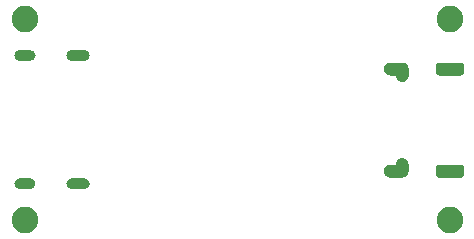
<source format=gbr>
%TF.GenerationSoftware,KiCad,Pcbnew,9.0.0-rc3*%
%TF.CreationDate,2025-02-11T14:32:45-05:00*%
%TF.ProjectId,melonHD,6d656c6f-6e48-4442-9e6b-696361645f70,rev?*%
%TF.SameCoordinates,PX7459280PY6422c40*%
%TF.FileFunction,Soldermask,Bot*%
%TF.FilePolarity,Negative*%
%FSLAX46Y46*%
G04 Gerber Fmt 4.6, Leading zero omitted, Abs format (unit mm)*
G04 Created by KiCad (PCBNEW 9.0.0-rc3) date 2025-02-11 14:32:45*
%MOMM*%
%LPD*%
G01*
G04 APERTURE LIST*
%ADD10C,0.010000*%
%ADD11C,2.250000*%
G04 APERTURE END LIST*
D10*
X38401000Y13819000D02*
X38414000Y13817000D01*
X38427000Y13815000D01*
X38440000Y13811000D01*
X38452000Y13808000D01*
X38465000Y13803000D01*
X38477000Y13798000D01*
X38488000Y13793000D01*
X38500000Y13787000D01*
X38511000Y13780000D01*
X38522000Y13772000D01*
X38532000Y13764000D01*
X38542000Y13756000D01*
X38552000Y13747000D01*
X38561000Y13737000D01*
X38569000Y13727000D01*
X38577000Y13717000D01*
X38585000Y13706000D01*
X38592000Y13695000D01*
X38598000Y13683000D01*
X38603000Y13672000D01*
X38608000Y13660000D01*
X38613000Y13647000D01*
X38616000Y13635000D01*
X38620000Y13622000D01*
X38622000Y13609000D01*
X38624000Y13596000D01*
X38625000Y13583000D01*
X38625000Y13570000D01*
X38625000Y13070000D01*
X38625000Y13057000D01*
X38624000Y13044000D01*
X38622000Y13031000D01*
X38620000Y13018000D01*
X38616000Y13005000D01*
X38613000Y12993000D01*
X38608000Y12980000D01*
X38603000Y12968000D01*
X38598000Y12957000D01*
X38592000Y12945000D01*
X38585000Y12934000D01*
X38577000Y12923000D01*
X38569000Y12913000D01*
X38561000Y12903000D01*
X38552000Y12893000D01*
X38542000Y12884000D01*
X38532000Y12876000D01*
X38522000Y12868000D01*
X38511000Y12860000D01*
X38500000Y12853000D01*
X38488000Y12847000D01*
X38477000Y12842000D01*
X38465000Y12837000D01*
X38452000Y12832000D01*
X38440000Y12829000D01*
X38427000Y12825000D01*
X38414000Y12823000D01*
X38401000Y12821000D01*
X38388000Y12820000D01*
X38375000Y12820000D01*
X36575000Y12820000D01*
X36562000Y12820000D01*
X36549000Y12821000D01*
X36536000Y12823000D01*
X36523000Y12825000D01*
X36510000Y12829000D01*
X36498000Y12832000D01*
X36485000Y12837000D01*
X36473000Y12842000D01*
X36462000Y12847000D01*
X36450000Y12853000D01*
X36439000Y12860000D01*
X36428000Y12868000D01*
X36418000Y12876000D01*
X36408000Y12884000D01*
X36398000Y12893000D01*
X36389000Y12903000D01*
X36381000Y12913000D01*
X36373000Y12923000D01*
X36365000Y12934000D01*
X36358000Y12945000D01*
X36352000Y12957000D01*
X36347000Y12968000D01*
X36342000Y12980000D01*
X36337000Y12993000D01*
X36334000Y13005000D01*
X36330000Y13018000D01*
X36328000Y13031000D01*
X36326000Y13044000D01*
X36325000Y13057000D01*
X36325000Y13070000D01*
X36325000Y13570000D01*
X36325000Y13583000D01*
X36326000Y13596000D01*
X36328000Y13609000D01*
X36330000Y13622000D01*
X36334000Y13635000D01*
X36337000Y13647000D01*
X36342000Y13660000D01*
X36347000Y13672000D01*
X36352000Y13683000D01*
X36358000Y13695000D01*
X36365000Y13706000D01*
X36373000Y13717000D01*
X36381000Y13727000D01*
X36389000Y13737000D01*
X36398000Y13747000D01*
X36408000Y13756000D01*
X36418000Y13764000D01*
X36428000Y13772000D01*
X36439000Y13780000D01*
X36450000Y13787000D01*
X36462000Y13793000D01*
X36473000Y13798000D01*
X36485000Y13803000D01*
X36498000Y13808000D01*
X36510000Y13811000D01*
X36523000Y13815000D01*
X36536000Y13817000D01*
X36549000Y13819000D01*
X36562000Y13820000D01*
X36575000Y13820000D01*
X38375000Y13820000D01*
X38388000Y13820000D01*
X38401000Y13819000D01*
G36*
X38401000Y13819000D02*
G01*
X38414000Y13817000D01*
X38427000Y13815000D01*
X38440000Y13811000D01*
X38452000Y13808000D01*
X38465000Y13803000D01*
X38477000Y13798000D01*
X38488000Y13793000D01*
X38500000Y13787000D01*
X38511000Y13780000D01*
X38522000Y13772000D01*
X38532000Y13764000D01*
X38542000Y13756000D01*
X38552000Y13747000D01*
X38561000Y13737000D01*
X38569000Y13727000D01*
X38577000Y13717000D01*
X38585000Y13706000D01*
X38592000Y13695000D01*
X38598000Y13683000D01*
X38603000Y13672000D01*
X38608000Y13660000D01*
X38613000Y13647000D01*
X38616000Y13635000D01*
X38620000Y13622000D01*
X38622000Y13609000D01*
X38624000Y13596000D01*
X38625000Y13583000D01*
X38625000Y13570000D01*
X38625000Y13070000D01*
X38625000Y13057000D01*
X38624000Y13044000D01*
X38622000Y13031000D01*
X38620000Y13018000D01*
X38616000Y13005000D01*
X38613000Y12993000D01*
X38608000Y12980000D01*
X38603000Y12968000D01*
X38598000Y12957000D01*
X38592000Y12945000D01*
X38585000Y12934000D01*
X38577000Y12923000D01*
X38569000Y12913000D01*
X38561000Y12903000D01*
X38552000Y12893000D01*
X38542000Y12884000D01*
X38532000Y12876000D01*
X38522000Y12868000D01*
X38511000Y12860000D01*
X38500000Y12853000D01*
X38488000Y12847000D01*
X38477000Y12842000D01*
X38465000Y12837000D01*
X38452000Y12832000D01*
X38440000Y12829000D01*
X38427000Y12825000D01*
X38414000Y12823000D01*
X38401000Y12821000D01*
X38388000Y12820000D01*
X38375000Y12820000D01*
X36575000Y12820000D01*
X36562000Y12820000D01*
X36549000Y12821000D01*
X36536000Y12823000D01*
X36523000Y12825000D01*
X36510000Y12829000D01*
X36498000Y12832000D01*
X36485000Y12837000D01*
X36473000Y12842000D01*
X36462000Y12847000D01*
X36450000Y12853000D01*
X36439000Y12860000D01*
X36428000Y12868000D01*
X36418000Y12876000D01*
X36408000Y12884000D01*
X36398000Y12893000D01*
X36389000Y12903000D01*
X36381000Y12913000D01*
X36373000Y12923000D01*
X36365000Y12934000D01*
X36358000Y12945000D01*
X36352000Y12957000D01*
X36347000Y12968000D01*
X36342000Y12980000D01*
X36337000Y12993000D01*
X36334000Y13005000D01*
X36330000Y13018000D01*
X36328000Y13031000D01*
X36326000Y13044000D01*
X36325000Y13057000D01*
X36325000Y13070000D01*
X36325000Y13570000D01*
X36325000Y13583000D01*
X36326000Y13596000D01*
X36328000Y13609000D01*
X36330000Y13622000D01*
X36334000Y13635000D01*
X36337000Y13647000D01*
X36342000Y13660000D01*
X36347000Y13672000D01*
X36352000Y13683000D01*
X36358000Y13695000D01*
X36365000Y13706000D01*
X36373000Y13717000D01*
X36381000Y13727000D01*
X36389000Y13737000D01*
X36398000Y13747000D01*
X36408000Y13756000D01*
X36418000Y13764000D01*
X36428000Y13772000D01*
X36439000Y13780000D01*
X36450000Y13787000D01*
X36462000Y13793000D01*
X36473000Y13798000D01*
X36485000Y13803000D01*
X36498000Y13808000D01*
X36510000Y13811000D01*
X36523000Y13815000D01*
X36536000Y13817000D01*
X36549000Y13819000D01*
X36562000Y13820000D01*
X36575000Y13820000D01*
X38375000Y13820000D01*
X38388000Y13820000D01*
X38401000Y13819000D01*
G37*
X38401000Y5179000D02*
X38414000Y5177000D01*
X38427000Y5175000D01*
X38440000Y5171000D01*
X38452000Y5168000D01*
X38465000Y5163000D01*
X38477000Y5158000D01*
X38488000Y5153000D01*
X38500000Y5147000D01*
X38511000Y5140000D01*
X38522000Y5132000D01*
X38532000Y5124000D01*
X38542000Y5116000D01*
X38552000Y5107000D01*
X38561000Y5097000D01*
X38569000Y5087000D01*
X38577000Y5077000D01*
X38585000Y5066000D01*
X38592000Y5055000D01*
X38598000Y5043000D01*
X38603000Y5032000D01*
X38608000Y5020000D01*
X38613000Y5007000D01*
X38616000Y4995000D01*
X38620000Y4982000D01*
X38622000Y4969000D01*
X38624000Y4956000D01*
X38625000Y4943000D01*
X38625000Y4930000D01*
X38625000Y4430000D01*
X38625000Y4417000D01*
X38624000Y4404000D01*
X38622000Y4391000D01*
X38620000Y4378000D01*
X38616000Y4365000D01*
X38613000Y4353000D01*
X38608000Y4340000D01*
X38603000Y4328000D01*
X38598000Y4317000D01*
X38592000Y4305000D01*
X38585000Y4294000D01*
X38577000Y4283000D01*
X38569000Y4273000D01*
X38561000Y4263000D01*
X38552000Y4253000D01*
X38542000Y4244000D01*
X38532000Y4236000D01*
X38522000Y4228000D01*
X38511000Y4220000D01*
X38500000Y4213000D01*
X38488000Y4207000D01*
X38477000Y4202000D01*
X38465000Y4197000D01*
X38452000Y4192000D01*
X38440000Y4189000D01*
X38427000Y4185000D01*
X38414000Y4183000D01*
X38401000Y4181000D01*
X38388000Y4180000D01*
X38375000Y4180000D01*
X36575000Y4180000D01*
X36562000Y4180000D01*
X36549000Y4181000D01*
X36536000Y4183000D01*
X36523000Y4185000D01*
X36510000Y4189000D01*
X36498000Y4192000D01*
X36485000Y4197000D01*
X36473000Y4202000D01*
X36462000Y4207000D01*
X36450000Y4213000D01*
X36439000Y4220000D01*
X36428000Y4228000D01*
X36418000Y4236000D01*
X36408000Y4244000D01*
X36398000Y4253000D01*
X36389000Y4263000D01*
X36381000Y4273000D01*
X36373000Y4283000D01*
X36365000Y4294000D01*
X36358000Y4305000D01*
X36352000Y4317000D01*
X36347000Y4328000D01*
X36342000Y4340000D01*
X36337000Y4353000D01*
X36334000Y4365000D01*
X36330000Y4378000D01*
X36328000Y4391000D01*
X36326000Y4404000D01*
X36325000Y4417000D01*
X36325000Y4430000D01*
X36325000Y4930000D01*
X36325000Y4943000D01*
X36326000Y4956000D01*
X36328000Y4969000D01*
X36330000Y4982000D01*
X36334000Y4995000D01*
X36337000Y5007000D01*
X36342000Y5020000D01*
X36347000Y5032000D01*
X36352000Y5043000D01*
X36358000Y5055000D01*
X36365000Y5066000D01*
X36373000Y5077000D01*
X36381000Y5087000D01*
X36389000Y5097000D01*
X36398000Y5107000D01*
X36408000Y5116000D01*
X36418000Y5124000D01*
X36428000Y5132000D01*
X36439000Y5140000D01*
X36450000Y5147000D01*
X36462000Y5153000D01*
X36473000Y5158000D01*
X36485000Y5163000D01*
X36498000Y5168000D01*
X36510000Y5171000D01*
X36523000Y5175000D01*
X36536000Y5177000D01*
X36549000Y5179000D01*
X36562000Y5180000D01*
X36575000Y5180000D01*
X38375000Y5180000D01*
X38388000Y5180000D01*
X38401000Y5179000D01*
G36*
X38401000Y5179000D02*
G01*
X38414000Y5177000D01*
X38427000Y5175000D01*
X38440000Y5171000D01*
X38452000Y5168000D01*
X38465000Y5163000D01*
X38477000Y5158000D01*
X38488000Y5153000D01*
X38500000Y5147000D01*
X38511000Y5140000D01*
X38522000Y5132000D01*
X38532000Y5124000D01*
X38542000Y5116000D01*
X38552000Y5107000D01*
X38561000Y5097000D01*
X38569000Y5087000D01*
X38577000Y5077000D01*
X38585000Y5066000D01*
X38592000Y5055000D01*
X38598000Y5043000D01*
X38603000Y5032000D01*
X38608000Y5020000D01*
X38613000Y5007000D01*
X38616000Y4995000D01*
X38620000Y4982000D01*
X38622000Y4969000D01*
X38624000Y4956000D01*
X38625000Y4943000D01*
X38625000Y4930000D01*
X38625000Y4430000D01*
X38625000Y4417000D01*
X38624000Y4404000D01*
X38622000Y4391000D01*
X38620000Y4378000D01*
X38616000Y4365000D01*
X38613000Y4353000D01*
X38608000Y4340000D01*
X38603000Y4328000D01*
X38598000Y4317000D01*
X38592000Y4305000D01*
X38585000Y4294000D01*
X38577000Y4283000D01*
X38569000Y4273000D01*
X38561000Y4263000D01*
X38552000Y4253000D01*
X38542000Y4244000D01*
X38532000Y4236000D01*
X38522000Y4228000D01*
X38511000Y4220000D01*
X38500000Y4213000D01*
X38488000Y4207000D01*
X38477000Y4202000D01*
X38465000Y4197000D01*
X38452000Y4192000D01*
X38440000Y4189000D01*
X38427000Y4185000D01*
X38414000Y4183000D01*
X38401000Y4181000D01*
X38388000Y4180000D01*
X38375000Y4180000D01*
X36575000Y4180000D01*
X36562000Y4180000D01*
X36549000Y4181000D01*
X36536000Y4183000D01*
X36523000Y4185000D01*
X36510000Y4189000D01*
X36498000Y4192000D01*
X36485000Y4197000D01*
X36473000Y4202000D01*
X36462000Y4207000D01*
X36450000Y4213000D01*
X36439000Y4220000D01*
X36428000Y4228000D01*
X36418000Y4236000D01*
X36408000Y4244000D01*
X36398000Y4253000D01*
X36389000Y4263000D01*
X36381000Y4273000D01*
X36373000Y4283000D01*
X36365000Y4294000D01*
X36358000Y4305000D01*
X36352000Y4317000D01*
X36347000Y4328000D01*
X36342000Y4340000D01*
X36337000Y4353000D01*
X36334000Y4365000D01*
X36330000Y4378000D01*
X36328000Y4391000D01*
X36326000Y4404000D01*
X36325000Y4417000D01*
X36325000Y4430000D01*
X36325000Y4930000D01*
X36325000Y4943000D01*
X36326000Y4956000D01*
X36328000Y4969000D01*
X36330000Y4982000D01*
X36334000Y4995000D01*
X36337000Y5007000D01*
X36342000Y5020000D01*
X36347000Y5032000D01*
X36352000Y5043000D01*
X36358000Y5055000D01*
X36365000Y5066000D01*
X36373000Y5077000D01*
X36381000Y5087000D01*
X36389000Y5097000D01*
X36398000Y5107000D01*
X36408000Y5116000D01*
X36418000Y5124000D01*
X36428000Y5132000D01*
X36439000Y5140000D01*
X36450000Y5147000D01*
X36462000Y5153000D01*
X36473000Y5158000D01*
X36485000Y5163000D01*
X36498000Y5168000D01*
X36510000Y5171000D01*
X36523000Y5175000D01*
X36536000Y5177000D01*
X36549000Y5179000D01*
X36562000Y5180000D01*
X36575000Y5180000D01*
X38375000Y5180000D01*
X38388000Y5180000D01*
X38401000Y5179000D01*
G37*
X33451000Y13819000D02*
X33477000Y13817000D01*
X33503000Y13814000D01*
X33529000Y13809000D01*
X33554000Y13803000D01*
X33580000Y13796000D01*
X33604000Y13787000D01*
X33628000Y13777000D01*
X33652000Y13766000D01*
X33675000Y13753000D01*
X33697000Y13739000D01*
X33719000Y13725000D01*
X33740000Y13709000D01*
X33760000Y13692000D01*
X33779000Y13674000D01*
X33797000Y13655000D01*
X33814000Y13635000D01*
X33830000Y13614000D01*
X33844000Y13592000D01*
X33858000Y13570000D01*
X33871000Y13547000D01*
X33882000Y13523000D01*
X33892000Y13499000D01*
X33901000Y13475000D01*
X33908000Y13449000D01*
X33914000Y13424000D01*
X33919000Y13398000D01*
X33922000Y13372000D01*
X33924000Y13346000D01*
X33925000Y13320000D01*
X33925000Y12780000D01*
X33925000Y12758000D01*
X33923000Y12732000D01*
X33920000Y12706000D01*
X33916000Y12681000D01*
X33910000Y12655000D01*
X33903000Y12630000D01*
X33895000Y12606000D01*
X33886000Y12582000D01*
X33875000Y12558000D01*
X33863000Y12535000D01*
X33850000Y12513000D01*
X33836000Y12491000D01*
X33820000Y12470000D01*
X33804000Y12450000D01*
X33786000Y12431000D01*
X33768000Y12413000D01*
X33748000Y12396000D01*
X33728000Y12380000D01*
X33707000Y12365000D01*
X33685000Y12351000D01*
X33662000Y12338000D01*
X33639000Y12326000D01*
X33615000Y12316000D01*
X33591000Y12307000D01*
X33566000Y12299000D01*
X33541000Y12293000D01*
X33516000Y12287000D01*
X33490000Y12284000D01*
X33465000Y12281000D01*
X33435000Y12280000D01*
X33411000Y12281000D01*
X33387000Y12283000D01*
X33363000Y12286000D01*
X33339000Y12290000D01*
X33316000Y12296000D01*
X33293000Y12303000D01*
X33270000Y12311000D01*
X33248000Y12320000D01*
X33226000Y12330000D01*
X33205000Y12342000D01*
X33184000Y12354000D01*
X33165000Y12368000D01*
X33146000Y12383000D01*
X33127000Y12398000D01*
X33110000Y12415000D01*
X33093000Y12432000D01*
X33078000Y12451000D01*
X33063000Y12470000D01*
X33049000Y12489000D01*
X33037000Y12510000D01*
X33025000Y12531000D01*
X33015000Y12553000D01*
X33006000Y12575000D01*
X32998000Y12598000D01*
X32991000Y12621000D01*
X32985000Y12644000D01*
X32981000Y12668000D01*
X32978000Y12692000D01*
X32976000Y12716000D01*
X32975000Y12740000D01*
X32975000Y12780000D01*
X32975000Y12782000D01*
X32975000Y12784000D01*
X32975000Y12786000D01*
X32974000Y12788000D01*
X32974000Y12790000D01*
X32973000Y12792000D01*
X32972000Y12794000D01*
X32972000Y12796000D01*
X32971000Y12798000D01*
X32970000Y12800000D01*
X32969000Y12802000D01*
X32967000Y12804000D01*
X32966000Y12805000D01*
X32965000Y12807000D01*
X32963000Y12808000D01*
X32962000Y12810000D01*
X32960000Y12811000D01*
X32959000Y12812000D01*
X32957000Y12814000D01*
X32955000Y12815000D01*
X32953000Y12816000D01*
X32951000Y12817000D01*
X32949000Y12817000D01*
X32947000Y12818000D01*
X32945000Y12819000D01*
X32943000Y12819000D01*
X32941000Y12820000D01*
X32939000Y12820000D01*
X32937000Y12820000D01*
X32935000Y12820000D01*
X32435000Y12820000D01*
X32409000Y12821000D01*
X32383000Y12823000D01*
X32357000Y12826000D01*
X32331000Y12831000D01*
X32306000Y12837000D01*
X32280000Y12844000D01*
X32256000Y12853000D01*
X32232000Y12863000D01*
X32208000Y12874000D01*
X32185000Y12887000D01*
X32163000Y12901000D01*
X32141000Y12915000D01*
X32120000Y12931000D01*
X32100000Y12948000D01*
X32081000Y12966000D01*
X32063000Y12985000D01*
X32046000Y13005000D01*
X32030000Y13026000D01*
X32016000Y13048000D01*
X32002000Y13070000D01*
X31989000Y13093000D01*
X31978000Y13117000D01*
X31968000Y13141000D01*
X31959000Y13165000D01*
X31952000Y13191000D01*
X31946000Y13216000D01*
X31941000Y13242000D01*
X31938000Y13268000D01*
X31936000Y13294000D01*
X31935000Y13320000D01*
X31936000Y13346000D01*
X31938000Y13372000D01*
X31941000Y13398000D01*
X31946000Y13424000D01*
X31952000Y13449000D01*
X31959000Y13475000D01*
X31968000Y13499000D01*
X31978000Y13523000D01*
X31989000Y13547000D01*
X32002000Y13570000D01*
X32016000Y13592000D01*
X32030000Y13614000D01*
X32046000Y13635000D01*
X32063000Y13655000D01*
X32081000Y13674000D01*
X32100000Y13692000D01*
X32120000Y13709000D01*
X32141000Y13725000D01*
X32163000Y13739000D01*
X32185000Y13753000D01*
X32208000Y13766000D01*
X32232000Y13777000D01*
X32256000Y13787000D01*
X32280000Y13796000D01*
X32306000Y13803000D01*
X32331000Y13809000D01*
X32357000Y13814000D01*
X32383000Y13817000D01*
X32409000Y13819000D01*
X32435000Y13820000D01*
X33425000Y13820000D01*
X33451000Y13819000D01*
G36*
X33451000Y13819000D02*
G01*
X33477000Y13817000D01*
X33503000Y13814000D01*
X33529000Y13809000D01*
X33554000Y13803000D01*
X33580000Y13796000D01*
X33604000Y13787000D01*
X33628000Y13777000D01*
X33652000Y13766000D01*
X33675000Y13753000D01*
X33697000Y13739000D01*
X33719000Y13725000D01*
X33740000Y13709000D01*
X33760000Y13692000D01*
X33779000Y13674000D01*
X33797000Y13655000D01*
X33814000Y13635000D01*
X33830000Y13614000D01*
X33844000Y13592000D01*
X33858000Y13570000D01*
X33871000Y13547000D01*
X33882000Y13523000D01*
X33892000Y13499000D01*
X33901000Y13475000D01*
X33908000Y13449000D01*
X33914000Y13424000D01*
X33919000Y13398000D01*
X33922000Y13372000D01*
X33924000Y13346000D01*
X33925000Y13320000D01*
X33925000Y12780000D01*
X33925000Y12758000D01*
X33923000Y12732000D01*
X33920000Y12706000D01*
X33916000Y12681000D01*
X33910000Y12655000D01*
X33903000Y12630000D01*
X33895000Y12606000D01*
X33886000Y12582000D01*
X33875000Y12558000D01*
X33863000Y12535000D01*
X33850000Y12513000D01*
X33836000Y12491000D01*
X33820000Y12470000D01*
X33804000Y12450000D01*
X33786000Y12431000D01*
X33768000Y12413000D01*
X33748000Y12396000D01*
X33728000Y12380000D01*
X33707000Y12365000D01*
X33685000Y12351000D01*
X33662000Y12338000D01*
X33639000Y12326000D01*
X33615000Y12316000D01*
X33591000Y12307000D01*
X33566000Y12299000D01*
X33541000Y12293000D01*
X33516000Y12287000D01*
X33490000Y12284000D01*
X33465000Y12281000D01*
X33435000Y12280000D01*
X33411000Y12281000D01*
X33387000Y12283000D01*
X33363000Y12286000D01*
X33339000Y12290000D01*
X33316000Y12296000D01*
X33293000Y12303000D01*
X33270000Y12311000D01*
X33248000Y12320000D01*
X33226000Y12330000D01*
X33205000Y12342000D01*
X33184000Y12354000D01*
X33165000Y12368000D01*
X33146000Y12383000D01*
X33127000Y12398000D01*
X33110000Y12415000D01*
X33093000Y12432000D01*
X33078000Y12451000D01*
X33063000Y12470000D01*
X33049000Y12489000D01*
X33037000Y12510000D01*
X33025000Y12531000D01*
X33015000Y12553000D01*
X33006000Y12575000D01*
X32998000Y12598000D01*
X32991000Y12621000D01*
X32985000Y12644000D01*
X32981000Y12668000D01*
X32978000Y12692000D01*
X32976000Y12716000D01*
X32975000Y12740000D01*
X32975000Y12780000D01*
X32975000Y12782000D01*
X32975000Y12784000D01*
X32975000Y12786000D01*
X32974000Y12788000D01*
X32974000Y12790000D01*
X32973000Y12792000D01*
X32972000Y12794000D01*
X32972000Y12796000D01*
X32971000Y12798000D01*
X32970000Y12800000D01*
X32969000Y12802000D01*
X32967000Y12804000D01*
X32966000Y12805000D01*
X32965000Y12807000D01*
X32963000Y12808000D01*
X32962000Y12810000D01*
X32960000Y12811000D01*
X32959000Y12812000D01*
X32957000Y12814000D01*
X32955000Y12815000D01*
X32953000Y12816000D01*
X32951000Y12817000D01*
X32949000Y12817000D01*
X32947000Y12818000D01*
X32945000Y12819000D01*
X32943000Y12819000D01*
X32941000Y12820000D01*
X32939000Y12820000D01*
X32937000Y12820000D01*
X32935000Y12820000D01*
X32435000Y12820000D01*
X32409000Y12821000D01*
X32383000Y12823000D01*
X32357000Y12826000D01*
X32331000Y12831000D01*
X32306000Y12837000D01*
X32280000Y12844000D01*
X32256000Y12853000D01*
X32232000Y12863000D01*
X32208000Y12874000D01*
X32185000Y12887000D01*
X32163000Y12901000D01*
X32141000Y12915000D01*
X32120000Y12931000D01*
X32100000Y12948000D01*
X32081000Y12966000D01*
X32063000Y12985000D01*
X32046000Y13005000D01*
X32030000Y13026000D01*
X32016000Y13048000D01*
X32002000Y13070000D01*
X31989000Y13093000D01*
X31978000Y13117000D01*
X31968000Y13141000D01*
X31959000Y13165000D01*
X31952000Y13191000D01*
X31946000Y13216000D01*
X31941000Y13242000D01*
X31938000Y13268000D01*
X31936000Y13294000D01*
X31935000Y13320000D01*
X31936000Y13346000D01*
X31938000Y13372000D01*
X31941000Y13398000D01*
X31946000Y13424000D01*
X31952000Y13449000D01*
X31959000Y13475000D01*
X31968000Y13499000D01*
X31978000Y13523000D01*
X31989000Y13547000D01*
X32002000Y13570000D01*
X32016000Y13592000D01*
X32030000Y13614000D01*
X32046000Y13635000D01*
X32063000Y13655000D01*
X32081000Y13674000D01*
X32100000Y13692000D01*
X32120000Y13709000D01*
X32141000Y13725000D01*
X32163000Y13739000D01*
X32185000Y13753000D01*
X32208000Y13766000D01*
X32232000Y13777000D01*
X32256000Y13787000D01*
X32280000Y13796000D01*
X32306000Y13803000D01*
X32331000Y13809000D01*
X32357000Y13814000D01*
X32383000Y13817000D01*
X32409000Y13819000D01*
X32435000Y13820000D01*
X33425000Y13820000D01*
X33451000Y13819000D01*
G37*
X33451000Y5719000D02*
X33477000Y5717000D01*
X33503000Y5714000D01*
X33529000Y5709000D01*
X33554000Y5703000D01*
X33580000Y5696000D01*
X33604000Y5687000D01*
X33628000Y5677000D01*
X33652000Y5666000D01*
X33675000Y5653000D01*
X33697000Y5639000D01*
X33719000Y5625000D01*
X33740000Y5609000D01*
X33760000Y5592000D01*
X33779000Y5574000D01*
X33797000Y5555000D01*
X33814000Y5535000D01*
X33830000Y5514000D01*
X33844000Y5492000D01*
X33858000Y5470000D01*
X33871000Y5447000D01*
X33882000Y5423000D01*
X33892000Y5399000D01*
X33901000Y5375000D01*
X33908000Y5349000D01*
X33914000Y5324000D01*
X33919000Y5298000D01*
X33922000Y5272000D01*
X33924000Y5246000D01*
X33925000Y5220000D01*
X33925000Y4680000D01*
X33924000Y4654000D01*
X33922000Y4628000D01*
X33919000Y4602000D01*
X33914000Y4576000D01*
X33908000Y4551000D01*
X33901000Y4525000D01*
X33892000Y4501000D01*
X33882000Y4477000D01*
X33871000Y4453000D01*
X33858000Y4430000D01*
X33844000Y4408000D01*
X33830000Y4386000D01*
X33814000Y4365000D01*
X33797000Y4345000D01*
X33779000Y4326000D01*
X33760000Y4308000D01*
X33740000Y4291000D01*
X33719000Y4275000D01*
X33697000Y4261000D01*
X33675000Y4247000D01*
X33652000Y4234000D01*
X33628000Y4223000D01*
X33604000Y4213000D01*
X33580000Y4204000D01*
X33554000Y4197000D01*
X33529000Y4191000D01*
X33503000Y4186000D01*
X33477000Y4183000D01*
X33451000Y4181000D01*
X33425000Y4180000D01*
X32925000Y4180000D01*
X32425000Y4180000D01*
X32399000Y4181000D01*
X32373000Y4183000D01*
X32347000Y4186000D01*
X32321000Y4191000D01*
X32296000Y4197000D01*
X32270000Y4204000D01*
X32246000Y4213000D01*
X32222000Y4223000D01*
X32198000Y4234000D01*
X32175000Y4247000D01*
X32153000Y4261000D01*
X32131000Y4275000D01*
X32110000Y4291000D01*
X32090000Y4308000D01*
X32071000Y4326000D01*
X32053000Y4345000D01*
X32036000Y4365000D01*
X32020000Y4386000D01*
X32006000Y4408000D01*
X31992000Y4430000D01*
X31979000Y4453000D01*
X31968000Y4477000D01*
X31958000Y4501000D01*
X31949000Y4525000D01*
X31942000Y4551000D01*
X31936000Y4576000D01*
X31931000Y4602000D01*
X31928000Y4628000D01*
X31926000Y4654000D01*
X31925000Y4680000D01*
X31926000Y4706000D01*
X31928000Y4732000D01*
X31931000Y4758000D01*
X31936000Y4784000D01*
X31942000Y4809000D01*
X31949000Y4835000D01*
X31958000Y4859000D01*
X31968000Y4883000D01*
X31979000Y4907000D01*
X31992000Y4930000D01*
X32006000Y4952000D01*
X32020000Y4974000D01*
X32036000Y4995000D01*
X32053000Y5015000D01*
X32071000Y5034000D01*
X32090000Y5052000D01*
X32110000Y5069000D01*
X32131000Y5085000D01*
X32153000Y5099000D01*
X32175000Y5113000D01*
X32198000Y5126000D01*
X32222000Y5137000D01*
X32246000Y5147000D01*
X32270000Y5156000D01*
X32296000Y5163000D01*
X32321000Y5169000D01*
X32347000Y5174000D01*
X32373000Y5177000D01*
X32399000Y5179000D01*
X32425000Y5180000D01*
X32925000Y5180000D01*
X32927000Y5180000D01*
X32929000Y5180000D01*
X32931000Y5180000D01*
X32933000Y5181000D01*
X32935000Y5181000D01*
X32937000Y5182000D01*
X32939000Y5183000D01*
X32941000Y5183000D01*
X32943000Y5184000D01*
X32945000Y5185000D01*
X32947000Y5186000D01*
X32949000Y5188000D01*
X32950000Y5189000D01*
X32952000Y5190000D01*
X32953000Y5192000D01*
X32955000Y5193000D01*
X32956000Y5195000D01*
X32957000Y5196000D01*
X32959000Y5198000D01*
X32960000Y5200000D01*
X32961000Y5202000D01*
X32962000Y5204000D01*
X32962000Y5206000D01*
X32963000Y5208000D01*
X32964000Y5210000D01*
X32964000Y5212000D01*
X32965000Y5214000D01*
X32965000Y5216000D01*
X32965000Y5218000D01*
X32965000Y5220000D01*
X32965000Y5260000D01*
X32966000Y5284000D01*
X32968000Y5308000D01*
X32971000Y5332000D01*
X32975000Y5356000D01*
X32981000Y5379000D01*
X32988000Y5402000D01*
X32996000Y5425000D01*
X33005000Y5447000D01*
X33015000Y5469000D01*
X33027000Y5490000D01*
X33039000Y5511000D01*
X33053000Y5530000D01*
X33068000Y5549000D01*
X33083000Y5568000D01*
X33100000Y5585000D01*
X33117000Y5602000D01*
X33136000Y5617000D01*
X33155000Y5632000D01*
X33174000Y5646000D01*
X33195000Y5658000D01*
X33216000Y5670000D01*
X33238000Y5680000D01*
X33260000Y5689000D01*
X33283000Y5697000D01*
X33306000Y5704000D01*
X33329000Y5710000D01*
X33353000Y5714000D01*
X33377000Y5717000D01*
X33401000Y5719000D01*
X33425000Y5720000D01*
X33451000Y5719000D01*
G36*
X33451000Y5719000D02*
G01*
X33477000Y5717000D01*
X33503000Y5714000D01*
X33529000Y5709000D01*
X33554000Y5703000D01*
X33580000Y5696000D01*
X33604000Y5687000D01*
X33628000Y5677000D01*
X33652000Y5666000D01*
X33675000Y5653000D01*
X33697000Y5639000D01*
X33719000Y5625000D01*
X33740000Y5609000D01*
X33760000Y5592000D01*
X33779000Y5574000D01*
X33797000Y5555000D01*
X33814000Y5535000D01*
X33830000Y5514000D01*
X33844000Y5492000D01*
X33858000Y5470000D01*
X33871000Y5447000D01*
X33882000Y5423000D01*
X33892000Y5399000D01*
X33901000Y5375000D01*
X33908000Y5349000D01*
X33914000Y5324000D01*
X33919000Y5298000D01*
X33922000Y5272000D01*
X33924000Y5246000D01*
X33925000Y5220000D01*
X33925000Y4680000D01*
X33924000Y4654000D01*
X33922000Y4628000D01*
X33919000Y4602000D01*
X33914000Y4576000D01*
X33908000Y4551000D01*
X33901000Y4525000D01*
X33892000Y4501000D01*
X33882000Y4477000D01*
X33871000Y4453000D01*
X33858000Y4430000D01*
X33844000Y4408000D01*
X33830000Y4386000D01*
X33814000Y4365000D01*
X33797000Y4345000D01*
X33779000Y4326000D01*
X33760000Y4308000D01*
X33740000Y4291000D01*
X33719000Y4275000D01*
X33697000Y4261000D01*
X33675000Y4247000D01*
X33652000Y4234000D01*
X33628000Y4223000D01*
X33604000Y4213000D01*
X33580000Y4204000D01*
X33554000Y4197000D01*
X33529000Y4191000D01*
X33503000Y4186000D01*
X33477000Y4183000D01*
X33451000Y4181000D01*
X33425000Y4180000D01*
X32925000Y4180000D01*
X32425000Y4180000D01*
X32399000Y4181000D01*
X32373000Y4183000D01*
X32347000Y4186000D01*
X32321000Y4191000D01*
X32296000Y4197000D01*
X32270000Y4204000D01*
X32246000Y4213000D01*
X32222000Y4223000D01*
X32198000Y4234000D01*
X32175000Y4247000D01*
X32153000Y4261000D01*
X32131000Y4275000D01*
X32110000Y4291000D01*
X32090000Y4308000D01*
X32071000Y4326000D01*
X32053000Y4345000D01*
X32036000Y4365000D01*
X32020000Y4386000D01*
X32006000Y4408000D01*
X31992000Y4430000D01*
X31979000Y4453000D01*
X31968000Y4477000D01*
X31958000Y4501000D01*
X31949000Y4525000D01*
X31942000Y4551000D01*
X31936000Y4576000D01*
X31931000Y4602000D01*
X31928000Y4628000D01*
X31926000Y4654000D01*
X31925000Y4680000D01*
X31926000Y4706000D01*
X31928000Y4732000D01*
X31931000Y4758000D01*
X31936000Y4784000D01*
X31942000Y4809000D01*
X31949000Y4835000D01*
X31958000Y4859000D01*
X31968000Y4883000D01*
X31979000Y4907000D01*
X31992000Y4930000D01*
X32006000Y4952000D01*
X32020000Y4974000D01*
X32036000Y4995000D01*
X32053000Y5015000D01*
X32071000Y5034000D01*
X32090000Y5052000D01*
X32110000Y5069000D01*
X32131000Y5085000D01*
X32153000Y5099000D01*
X32175000Y5113000D01*
X32198000Y5126000D01*
X32222000Y5137000D01*
X32246000Y5147000D01*
X32270000Y5156000D01*
X32296000Y5163000D01*
X32321000Y5169000D01*
X32347000Y5174000D01*
X32373000Y5177000D01*
X32399000Y5179000D01*
X32425000Y5180000D01*
X32925000Y5180000D01*
X32927000Y5180000D01*
X32929000Y5180000D01*
X32931000Y5180000D01*
X32933000Y5181000D01*
X32935000Y5181000D01*
X32937000Y5182000D01*
X32939000Y5183000D01*
X32941000Y5183000D01*
X32943000Y5184000D01*
X32945000Y5185000D01*
X32947000Y5186000D01*
X32949000Y5188000D01*
X32950000Y5189000D01*
X32952000Y5190000D01*
X32953000Y5192000D01*
X32955000Y5193000D01*
X32956000Y5195000D01*
X32957000Y5196000D01*
X32959000Y5198000D01*
X32960000Y5200000D01*
X32961000Y5202000D01*
X32962000Y5204000D01*
X32962000Y5206000D01*
X32963000Y5208000D01*
X32964000Y5210000D01*
X32964000Y5212000D01*
X32965000Y5214000D01*
X32965000Y5216000D01*
X32965000Y5218000D01*
X32965000Y5220000D01*
X32965000Y5260000D01*
X32966000Y5284000D01*
X32968000Y5308000D01*
X32971000Y5332000D01*
X32975000Y5356000D01*
X32981000Y5379000D01*
X32988000Y5402000D01*
X32996000Y5425000D01*
X33005000Y5447000D01*
X33015000Y5469000D01*
X33027000Y5490000D01*
X33039000Y5511000D01*
X33053000Y5530000D01*
X33068000Y5549000D01*
X33083000Y5568000D01*
X33100000Y5585000D01*
X33117000Y5602000D01*
X33136000Y5617000D01*
X33155000Y5632000D01*
X33174000Y5646000D01*
X33195000Y5658000D01*
X33216000Y5670000D01*
X33238000Y5680000D01*
X33260000Y5689000D01*
X33283000Y5697000D01*
X33306000Y5704000D01*
X33329000Y5710000D01*
X33353000Y5714000D01*
X33377000Y5717000D01*
X33401000Y5719000D01*
X33425000Y5720000D01*
X33451000Y5719000D01*
G37*
G36*
G01*
X5500000Y14905000D02*
X6550000Y14905000D01*
G75*
G02*
X7025000Y14430000I0J-475000D01*
G01*
X7025000Y14430000D01*
G75*
G02*
X6550000Y13955000I-475000J0D01*
G01*
X5500000Y13955000D01*
G75*
G02*
X5025000Y14430000I0J475000D01*
G01*
X5025000Y14430000D01*
G75*
G02*
X5500000Y14905000I475000J0D01*
G01*
G37*
G36*
G01*
X5500000Y4045000D02*
X6550000Y4045000D01*
G75*
G02*
X7025000Y3570000I0J-475000D01*
G01*
X7025000Y3570000D01*
G75*
G02*
X6550000Y3095000I-475000J0D01*
G01*
X5500000Y3095000D01*
G75*
G02*
X5025000Y3570000I0J475000D01*
G01*
X5025000Y3570000D01*
G75*
G02*
X5500000Y4045000I475000J0D01*
G01*
G37*
G36*
G01*
X1100000Y14905000D02*
X1950000Y14905000D01*
G75*
G02*
X2425000Y14430000I0J-475000D01*
G01*
X2425000Y14430000D01*
G75*
G02*
X1950000Y13955000I-475000J0D01*
G01*
X1100000Y13955000D01*
G75*
G02*
X625000Y14430000I0J475000D01*
G01*
X625000Y14430000D01*
G75*
G02*
X1100000Y14905000I475000J0D01*
G01*
G37*
G36*
G01*
X1100000Y4045000D02*
X1950000Y4045000D01*
G75*
G02*
X2425000Y3570000I0J-475000D01*
G01*
X2425000Y3570000D01*
G75*
G02*
X1950000Y3095000I-475000J0D01*
G01*
X1100000Y3095000D01*
G75*
G02*
X625000Y3570000I0J475000D01*
G01*
X625000Y3570000D01*
G75*
G02*
X1100000Y4045000I475000J0D01*
G01*
G37*
G36*
X31921004Y4706192D02*
G01*
X31921015Y4706383D01*
X31923015Y4732383D01*
X31923033Y4732573D01*
X31926033Y4758573D01*
X31926090Y4758944D01*
X31931090Y4784944D01*
X31931138Y4785167D01*
X31937138Y4810167D01*
X31937172Y4810300D01*
X31944172Y4836300D01*
X31944318Y4836756D01*
X31953318Y4860756D01*
X31953385Y4860923D01*
X31963385Y4884923D01*
X31963455Y4885083D01*
X31974455Y4909083D01*
X31974647Y4909460D01*
X31987647Y4932460D01*
X31987782Y4932684D01*
X32015782Y4976684D01*
X32016023Y4977030D01*
X32032023Y4998030D01*
X32032190Y4998238D01*
X32049190Y5018238D01*
X32049370Y5018439D01*
X32067370Y5037439D01*
X32067561Y5037630D01*
X32086561Y5055630D01*
X32086762Y5055810D01*
X32106762Y5072810D01*
X32106970Y5072977D01*
X32127970Y5088977D01*
X32128316Y5089218D01*
X32172316Y5117218D01*
X32172540Y5117353D01*
X32195540Y5130353D01*
X32195917Y5130545D01*
X32219917Y5141545D01*
X32220077Y5141615D01*
X32244077Y5151615D01*
X32244244Y5151682D01*
X32268244Y5160682D01*
X32268700Y5160828D01*
X32294700Y5167828D01*
X32294833Y5167862D01*
X32319833Y5173862D01*
X32320056Y5173910D01*
X32346056Y5178910D01*
X32346427Y5178967D01*
X32372427Y5181967D01*
X32372617Y5181985D01*
X32398617Y5183985D01*
X32398808Y5183996D01*
X32424808Y5184996D01*
X32425000Y5185000D01*
X32929820Y5185000D01*
X32930764Y5185472D01*
X32933000Y5186000D01*
X32933820Y5186000D01*
X32936764Y5187472D01*
X32939000Y5188000D01*
X32939820Y5188000D01*
X32944036Y5190108D01*
X32946464Y5192536D01*
X32947764Y5193472D01*
X32948273Y5193726D01*
X32948528Y5194236D01*
X32950764Y5196472D01*
X32951273Y5196726D01*
X32951528Y5197236D01*
X32952464Y5198536D01*
X32954892Y5200964D01*
X32957000Y5205180D01*
X32957000Y5206000D01*
X32957528Y5208236D01*
X32959000Y5211180D01*
X32959000Y5212000D01*
X32959528Y5214236D01*
X32960000Y5215180D01*
X32960000Y5260000D01*
X32960004Y5260208D01*
X32961004Y5284208D01*
X32961017Y5284415D01*
X32963017Y5308415D01*
X32963039Y5308620D01*
X32966039Y5332620D01*
X32966068Y5332822D01*
X32970068Y5356822D01*
X32970162Y5357262D01*
X32976162Y5380262D01*
X32976217Y5380456D01*
X32983217Y5403456D01*
X32983278Y5403643D01*
X32991278Y5426643D01*
X32991372Y5426893D01*
X33000372Y5448893D01*
X33000448Y5449069D01*
X33010448Y5471069D01*
X33010659Y5471481D01*
X33034659Y5513481D01*
X33034975Y5513966D01*
X33048975Y5532966D01*
X33049076Y5533098D01*
X33079076Y5571098D01*
X33079464Y5571536D01*
X33113464Y5605536D01*
X33113902Y5605924D01*
X33151902Y5635924D01*
X33152034Y5636025D01*
X33171034Y5650025D01*
X33171519Y5650341D01*
X33213519Y5674341D01*
X33213931Y5674552D01*
X33235931Y5684552D01*
X33236107Y5684628D01*
X33258107Y5693628D01*
X33258357Y5693722D01*
X33281357Y5701722D01*
X33281544Y5701783D01*
X33304544Y5708783D01*
X33304738Y5708838D01*
X33327738Y5714838D01*
X33328178Y5714932D01*
X33352178Y5718932D01*
X33352380Y5718961D01*
X33376380Y5721961D01*
X33376585Y5721983D01*
X33400585Y5723983D01*
X33400792Y5723996D01*
X33424792Y5724996D01*
X33425192Y5724996D01*
X33451192Y5723996D01*
X33451383Y5723985D01*
X33477383Y5721985D01*
X33477573Y5721967D01*
X33503573Y5718967D01*
X33503944Y5718910D01*
X33529944Y5713910D01*
X33530167Y5713862D01*
X33555167Y5707862D01*
X33555300Y5707828D01*
X33581300Y5700828D01*
X33581756Y5700682D01*
X33605756Y5691682D01*
X33605923Y5691615D01*
X33629923Y5681615D01*
X33630083Y5681545D01*
X33654083Y5670545D01*
X33654460Y5670353D01*
X33677460Y5657353D01*
X33677684Y5657218D01*
X33721684Y5629218D01*
X33722030Y5628977D01*
X33743030Y5612977D01*
X33743238Y5612810D01*
X33763238Y5595810D01*
X33763439Y5595630D01*
X33782439Y5577630D01*
X33782630Y5577439D01*
X33800630Y5558439D01*
X33800810Y5558238D01*
X33817810Y5538238D01*
X33817977Y5538030D01*
X33833977Y5517030D01*
X33834218Y5516684D01*
X33862218Y5472684D01*
X33862353Y5472460D01*
X33875353Y5449460D01*
X33875545Y5449083D01*
X33886545Y5425083D01*
X33886615Y5424923D01*
X33896615Y5400923D01*
X33896682Y5400756D01*
X33905682Y5376756D01*
X33905828Y5376300D01*
X33912828Y5350300D01*
X33912862Y5350167D01*
X33918862Y5325167D01*
X33918910Y5324944D01*
X33923910Y5298944D01*
X33923967Y5298573D01*
X33926967Y5272573D01*
X33926985Y5272383D01*
X33928985Y5246383D01*
X33928996Y5246192D01*
X33929996Y5220192D01*
X33930000Y5220000D01*
X33930000Y4680000D01*
X33929996Y4679808D01*
X33928996Y4653808D01*
X33928985Y4653617D01*
X33926985Y4627617D01*
X33926967Y4627427D01*
X33923967Y4601427D01*
X33923910Y4601056D01*
X33918910Y4575056D01*
X33918862Y4574833D01*
X33912862Y4549833D01*
X33912828Y4549700D01*
X33905828Y4523700D01*
X33905682Y4523244D01*
X33896682Y4499244D01*
X33896615Y4499077D01*
X33886615Y4475077D01*
X33886545Y4474917D01*
X33875545Y4450917D01*
X33875353Y4450540D01*
X33862353Y4427540D01*
X33862218Y4427316D01*
X33834218Y4383316D01*
X33833977Y4382970D01*
X33817977Y4361970D01*
X33817810Y4361762D01*
X33800810Y4341762D01*
X33800630Y4341561D01*
X33782630Y4322561D01*
X33782439Y4322370D01*
X33763439Y4304370D01*
X33763238Y4304190D01*
X33743238Y4287190D01*
X33743030Y4287023D01*
X33722030Y4271023D01*
X33721684Y4270782D01*
X33677684Y4242782D01*
X33677460Y4242647D01*
X33654460Y4229647D01*
X33654083Y4229455D01*
X33630083Y4218455D01*
X33629923Y4218385D01*
X33605923Y4208385D01*
X33605756Y4208318D01*
X33581756Y4199318D01*
X33581300Y4199172D01*
X33555300Y4192172D01*
X33555167Y4192138D01*
X33530167Y4186138D01*
X33529944Y4186090D01*
X33503944Y4181090D01*
X33503573Y4181033D01*
X33477573Y4178033D01*
X33477383Y4178015D01*
X33451383Y4176015D01*
X33451192Y4176004D01*
X33425192Y4175004D01*
X33425000Y4175000D01*
X32425000Y4175000D01*
X32424808Y4175004D01*
X32398808Y4176004D01*
X32398617Y4176015D01*
X32372617Y4178015D01*
X32372427Y4178033D01*
X32346427Y4181033D01*
X32346056Y4181090D01*
X32320056Y4186090D01*
X32319833Y4186138D01*
X32294833Y4192138D01*
X32294700Y4192172D01*
X32268700Y4199172D01*
X32268244Y4199318D01*
X32244244Y4208318D01*
X32244077Y4208385D01*
X32220077Y4218385D01*
X32219917Y4218455D01*
X32195917Y4229455D01*
X32195540Y4229647D01*
X32172540Y4242647D01*
X32172316Y4242782D01*
X32128316Y4270782D01*
X32127970Y4271023D01*
X32106970Y4287023D01*
X32106762Y4287190D01*
X32086762Y4304190D01*
X32086561Y4304370D01*
X32067561Y4322370D01*
X32067370Y4322561D01*
X32049370Y4341561D01*
X32049190Y4341762D01*
X32032190Y4361762D01*
X32032023Y4361970D01*
X32016023Y4382970D01*
X32015782Y4383316D01*
X31987782Y4427316D01*
X31987647Y4427540D01*
X31974647Y4450540D01*
X31974455Y4450917D01*
X31963455Y4474917D01*
X31963385Y4475077D01*
X31953385Y4499077D01*
X31953318Y4499244D01*
X31944318Y4523244D01*
X31944172Y4523700D01*
X31937172Y4549700D01*
X31937138Y4549833D01*
X31931138Y4574833D01*
X31931090Y4575056D01*
X31926090Y4601056D01*
X31926033Y4601427D01*
X31923033Y4627427D01*
X31923015Y4627617D01*
X31921015Y4653617D01*
X31921004Y4653808D01*
X31920004Y4679808D01*
X31920004Y4680192D01*
X31921004Y4706192D01*
G37*
G36*
X31931004Y13346192D02*
G01*
X31931015Y13346383D01*
X31933015Y13372383D01*
X31933033Y13372573D01*
X31936033Y13398573D01*
X31936090Y13398944D01*
X31941090Y13424944D01*
X31941138Y13425167D01*
X31947138Y13450167D01*
X31947172Y13450300D01*
X31954172Y13476300D01*
X31954318Y13476756D01*
X31963318Y13500756D01*
X31963385Y13500923D01*
X31973385Y13524923D01*
X31973455Y13525083D01*
X31984455Y13549083D01*
X31984647Y13549460D01*
X31997647Y13572460D01*
X31997782Y13572684D01*
X32025782Y13616684D01*
X32026023Y13617030D01*
X32042023Y13638030D01*
X32042190Y13638238D01*
X32059190Y13658238D01*
X32059370Y13658439D01*
X32077370Y13677439D01*
X32077561Y13677630D01*
X32096561Y13695630D01*
X32096762Y13695810D01*
X32116762Y13712810D01*
X32116970Y13712977D01*
X32137970Y13728977D01*
X32138316Y13729218D01*
X32182316Y13757218D01*
X32182540Y13757353D01*
X32205540Y13770353D01*
X32205917Y13770545D01*
X32229917Y13781545D01*
X32230077Y13781615D01*
X32254077Y13791615D01*
X32254244Y13791682D01*
X32278244Y13800682D01*
X32278700Y13800828D01*
X32304700Y13807828D01*
X32304833Y13807862D01*
X32329833Y13813862D01*
X32330056Y13813910D01*
X32356056Y13818910D01*
X32356427Y13818967D01*
X32382427Y13821967D01*
X32382617Y13821985D01*
X32408617Y13823985D01*
X32408808Y13823996D01*
X32434808Y13824996D01*
X32435000Y13825000D01*
X33425000Y13825000D01*
X33425192Y13824996D01*
X33451192Y13823996D01*
X33451383Y13823985D01*
X33477383Y13821985D01*
X33477573Y13821967D01*
X33503573Y13818967D01*
X33503944Y13818910D01*
X33529944Y13813910D01*
X33530167Y13813862D01*
X33555167Y13807862D01*
X33555300Y13807828D01*
X33581300Y13800828D01*
X33581756Y13800682D01*
X33605756Y13791682D01*
X33605923Y13791615D01*
X33629923Y13781615D01*
X33630083Y13781545D01*
X33654083Y13770545D01*
X33654460Y13770353D01*
X33677460Y13757353D01*
X33677684Y13757218D01*
X33721684Y13729218D01*
X33722030Y13728977D01*
X33743030Y13712977D01*
X33743238Y13712810D01*
X33763238Y13695810D01*
X33763439Y13695630D01*
X33782439Y13677630D01*
X33782630Y13677439D01*
X33800630Y13658439D01*
X33800810Y13658238D01*
X33817810Y13638238D01*
X33817977Y13638030D01*
X33833977Y13617030D01*
X33834218Y13616684D01*
X33862218Y13572684D01*
X33862353Y13572460D01*
X33875353Y13549460D01*
X33875545Y13549083D01*
X33886545Y13525083D01*
X33886615Y13524923D01*
X33896615Y13500923D01*
X33896682Y13500756D01*
X33905682Y13476756D01*
X33905828Y13476300D01*
X33912828Y13450300D01*
X33912862Y13450167D01*
X33918862Y13425167D01*
X33918910Y13424944D01*
X33923910Y13398944D01*
X33923967Y13398573D01*
X33926967Y13372573D01*
X33926985Y13372383D01*
X33928985Y13346383D01*
X33928996Y13346192D01*
X33929996Y13320192D01*
X33930000Y13320000D01*
X33930000Y12780000D01*
X33929996Y12779808D01*
X33928996Y12753808D01*
X33928985Y12753617D01*
X33926985Y12727617D01*
X33926967Y12727427D01*
X33923967Y12701427D01*
X33923910Y12701056D01*
X33918910Y12675056D01*
X33918862Y12674833D01*
X33912862Y12649833D01*
X33912828Y12649700D01*
X33905828Y12623700D01*
X33905682Y12623244D01*
X33896682Y12599244D01*
X33896615Y12599077D01*
X33886615Y12575077D01*
X33886545Y12574917D01*
X33875545Y12550917D01*
X33875353Y12550540D01*
X33862353Y12527540D01*
X33862218Y12527316D01*
X33834218Y12483316D01*
X33833977Y12482970D01*
X33817977Y12461970D01*
X33817810Y12461762D01*
X33800810Y12441762D01*
X33800630Y12441561D01*
X33782630Y12422561D01*
X33782439Y12422370D01*
X33763439Y12404370D01*
X33763238Y12404190D01*
X33743238Y12387190D01*
X33743030Y12387023D01*
X33722030Y12371023D01*
X33721684Y12370782D01*
X33677684Y12342782D01*
X33677460Y12342647D01*
X33654460Y12329647D01*
X33654083Y12329455D01*
X33630083Y12318455D01*
X33629923Y12318385D01*
X33605923Y12308385D01*
X33605756Y12308318D01*
X33581756Y12299318D01*
X33581300Y12299172D01*
X33555300Y12292172D01*
X33555167Y12292138D01*
X33530167Y12286138D01*
X33529944Y12286090D01*
X33503944Y12281090D01*
X33503573Y12281033D01*
X33477573Y12278033D01*
X33477383Y12278015D01*
X33451383Y12276015D01*
X33451192Y12276004D01*
X33425192Y12275004D01*
X33424815Y12275003D01*
X33397815Y12276003D01*
X33397567Y12276019D01*
X33374567Y12278019D01*
X33374178Y12278068D01*
X33350178Y12282068D01*
X33349938Y12282114D01*
X33326938Y12287114D01*
X33326738Y12287162D01*
X33303738Y12293162D01*
X33303544Y12293217D01*
X33280544Y12300217D01*
X33280291Y12300301D01*
X33258291Y12308301D01*
X33257931Y12308448D01*
X33213931Y12328448D01*
X33213428Y12328713D01*
X33193428Y12340713D01*
X33193275Y12340808D01*
X33173275Y12353808D01*
X33173133Y12353904D01*
X33153133Y12367904D01*
X33152930Y12368053D01*
X33134930Y12382053D01*
X33134678Y12382263D01*
X33116678Y12398263D01*
X33116464Y12398464D01*
X33099464Y12415464D01*
X33099359Y12415573D01*
X33083359Y12432573D01*
X33083175Y12432779D01*
X33067175Y12451779D01*
X33066975Y12452034D01*
X33052975Y12471034D01*
X33052808Y12471275D01*
X33039808Y12491275D01*
X33039713Y12491428D01*
X33027713Y12511428D01*
X33027528Y12511764D01*
X33016528Y12533764D01*
X33016486Y12533850D01*
X33006486Y12554850D01*
X33006372Y12555107D01*
X32997372Y12577107D01*
X32997217Y12577544D01*
X32983217Y12623544D01*
X32983114Y12623938D01*
X32978114Y12646938D01*
X32978068Y12647178D01*
X32974068Y12671178D01*
X32974019Y12671567D01*
X32972017Y12694585D01*
X32970017Y12718585D01*
X32970000Y12719000D01*
X32970000Y12784820D01*
X32969528Y12785764D01*
X32969000Y12788000D01*
X32969000Y12788820D01*
X32967528Y12791764D01*
X32967000Y12794000D01*
X32967000Y12794820D01*
X32964892Y12799036D01*
X32962464Y12801464D01*
X32961528Y12802764D01*
X32961273Y12803274D01*
X32960764Y12803528D01*
X32958528Y12805764D01*
X32958273Y12806274D01*
X32957764Y12806528D01*
X32956464Y12807464D01*
X32954036Y12809892D01*
X32949820Y12812000D01*
X32949000Y12812000D01*
X32946764Y12812528D01*
X32943820Y12814000D01*
X32943000Y12814000D01*
X32940764Y12814528D01*
X32939820Y12815000D01*
X32435000Y12815000D01*
X32434808Y12815004D01*
X32408808Y12816004D01*
X32408617Y12816015D01*
X32382617Y12818015D01*
X32382427Y12818033D01*
X32356427Y12821033D01*
X32356056Y12821090D01*
X32330056Y12826090D01*
X32329833Y12826138D01*
X32304833Y12832138D01*
X32304700Y12832172D01*
X32278700Y12839172D01*
X32278244Y12839318D01*
X32254244Y12848318D01*
X32254077Y12848385D01*
X32230077Y12858385D01*
X32229917Y12858455D01*
X32205917Y12869455D01*
X32205540Y12869647D01*
X32182540Y12882647D01*
X32182316Y12882782D01*
X32138316Y12910782D01*
X32137970Y12911023D01*
X32116970Y12927023D01*
X32116762Y12927190D01*
X32096762Y12944190D01*
X32096561Y12944370D01*
X32077561Y12962370D01*
X32077370Y12962561D01*
X32059370Y12981561D01*
X32059190Y12981762D01*
X32042190Y13001762D01*
X32042023Y13001970D01*
X32026023Y13022970D01*
X32025782Y13023316D01*
X31997782Y13067316D01*
X31997647Y13067540D01*
X31984647Y13090540D01*
X31984455Y13090917D01*
X31973455Y13114917D01*
X31973385Y13115077D01*
X31963385Y13139077D01*
X31963318Y13139244D01*
X31954318Y13163244D01*
X31954172Y13163700D01*
X31947172Y13189700D01*
X31947138Y13189833D01*
X31941138Y13214833D01*
X31941090Y13215056D01*
X31936090Y13241056D01*
X31936033Y13241427D01*
X31933033Y13267427D01*
X31933015Y13267617D01*
X31931015Y13293617D01*
X31931004Y13293808D01*
X31930004Y13319808D01*
X31930004Y13320192D01*
X31931004Y13346192D01*
G37*
G36*
X36320015Y4943383D02*
G01*
X36321015Y4956383D01*
X36321058Y4956760D01*
X36325058Y4982760D01*
X36325221Y4983470D01*
X36329180Y4996335D01*
X36332149Y5008213D01*
X36332333Y5008795D01*
X36337333Y5021795D01*
X36337385Y5021923D01*
X36342385Y5033923D01*
X36342448Y5034069D01*
X36347448Y5045069D01*
X36347528Y5045236D01*
X36353528Y5057236D01*
X36353782Y5057684D01*
X36360782Y5068684D01*
X36360956Y5068941D01*
X36368956Y5079941D01*
X36369096Y5080123D01*
X36385096Y5100123D01*
X36385284Y5100345D01*
X36394284Y5110345D01*
X36394655Y5110716D01*
X36404655Y5119716D01*
X36404877Y5119904D01*
X36424877Y5135904D01*
X36425059Y5136044D01*
X36436059Y5144044D01*
X36436316Y5144218D01*
X36447316Y5151218D01*
X36447764Y5151472D01*
X36459764Y5157472D01*
X36459931Y5157552D01*
X36470931Y5162552D01*
X36471077Y5162615D01*
X36483077Y5167615D01*
X36483205Y5167667D01*
X36496205Y5172667D01*
X36496787Y5172851D01*
X36508665Y5175820D01*
X36521530Y5179779D01*
X36522240Y5179942D01*
X36548240Y5183942D01*
X36548617Y5183985D01*
X36561617Y5184985D01*
X36562000Y5185000D01*
X38388000Y5185000D01*
X38388383Y5184985D01*
X38401383Y5183985D01*
X38401760Y5183942D01*
X38427760Y5179942D01*
X38428470Y5179779D01*
X38441335Y5175820D01*
X38453213Y5172851D01*
X38453795Y5172667D01*
X38466795Y5167667D01*
X38466923Y5167615D01*
X38478923Y5162615D01*
X38479069Y5162552D01*
X38490069Y5157552D01*
X38490236Y5157472D01*
X38502236Y5151472D01*
X38502684Y5151218D01*
X38513684Y5144218D01*
X38513941Y5144044D01*
X38524941Y5136044D01*
X38525123Y5135904D01*
X38545123Y5119904D01*
X38545345Y5119716D01*
X38555345Y5110716D01*
X38555716Y5110345D01*
X38564716Y5100345D01*
X38564904Y5100123D01*
X38580904Y5080123D01*
X38581044Y5079941D01*
X38589044Y5068941D01*
X38589218Y5068684D01*
X38596218Y5057684D01*
X38596472Y5057236D01*
X38602472Y5045236D01*
X38602552Y5045069D01*
X38607552Y5034069D01*
X38607615Y5033923D01*
X38612615Y5021923D01*
X38612667Y5021795D01*
X38617667Y5008795D01*
X38617851Y5008213D01*
X38620820Y4996335D01*
X38624779Y4983470D01*
X38624942Y4982760D01*
X38628942Y4956760D01*
X38628985Y4956383D01*
X38629985Y4943383D01*
X38630000Y4943000D01*
X38630000Y4417000D01*
X38629985Y4416617D01*
X38628985Y4403617D01*
X38628942Y4403240D01*
X38624942Y4377240D01*
X38624779Y4376530D01*
X38620820Y4363665D01*
X38617851Y4351787D01*
X38617667Y4351205D01*
X38612667Y4338205D01*
X38612615Y4338077D01*
X38607615Y4326077D01*
X38607552Y4325931D01*
X38602552Y4314931D01*
X38602472Y4314764D01*
X38596472Y4302764D01*
X38596218Y4302316D01*
X38589218Y4291316D01*
X38589044Y4291059D01*
X38581044Y4280059D01*
X38580904Y4279877D01*
X38564904Y4259877D01*
X38564716Y4259655D01*
X38555716Y4249655D01*
X38555345Y4249284D01*
X38545345Y4240284D01*
X38545123Y4240096D01*
X38525123Y4224096D01*
X38524941Y4223956D01*
X38513941Y4215956D01*
X38513684Y4215782D01*
X38502684Y4208782D01*
X38502236Y4208528D01*
X38490236Y4202528D01*
X38490069Y4202448D01*
X38479069Y4197448D01*
X38478923Y4197385D01*
X38466923Y4192385D01*
X38466795Y4192333D01*
X38453795Y4187333D01*
X38453213Y4187149D01*
X38441335Y4184180D01*
X38428470Y4180221D01*
X38427760Y4180058D01*
X38401760Y4176058D01*
X38401383Y4176015D01*
X38388383Y4175015D01*
X38388000Y4175000D01*
X36562000Y4175000D01*
X36561617Y4175015D01*
X36548617Y4176015D01*
X36548240Y4176058D01*
X36522240Y4180058D01*
X36521530Y4180221D01*
X36508665Y4184180D01*
X36496787Y4187149D01*
X36496205Y4187333D01*
X36483205Y4192333D01*
X36483077Y4192385D01*
X36471077Y4197385D01*
X36470931Y4197448D01*
X36459931Y4202448D01*
X36459764Y4202528D01*
X36447764Y4208528D01*
X36447316Y4208782D01*
X36436316Y4215782D01*
X36436059Y4215956D01*
X36425059Y4223956D01*
X36424877Y4224096D01*
X36404877Y4240096D01*
X36404655Y4240284D01*
X36394655Y4249284D01*
X36394284Y4249655D01*
X36385284Y4259655D01*
X36385096Y4259877D01*
X36369096Y4279877D01*
X36368956Y4280059D01*
X36360956Y4291059D01*
X36360782Y4291316D01*
X36353782Y4302316D01*
X36353528Y4302764D01*
X36347528Y4314764D01*
X36347448Y4314931D01*
X36342448Y4325931D01*
X36342385Y4326077D01*
X36337385Y4338077D01*
X36337333Y4338205D01*
X36332333Y4351205D01*
X36332149Y4351787D01*
X36329180Y4363665D01*
X36325221Y4376530D01*
X36325058Y4377240D01*
X36321058Y4403240D01*
X36321015Y4403617D01*
X36320015Y4416617D01*
X36320000Y4417000D01*
X36320000Y4943000D01*
X36320015Y4943383D01*
G37*
G36*
X36320015Y13583383D02*
G01*
X36321015Y13596383D01*
X36321058Y13596760D01*
X36325058Y13622760D01*
X36325221Y13623470D01*
X36329180Y13636335D01*
X36332149Y13648213D01*
X36332333Y13648795D01*
X36337333Y13661795D01*
X36337385Y13661923D01*
X36342385Y13673923D01*
X36342448Y13674069D01*
X36347448Y13685069D01*
X36347528Y13685236D01*
X36353528Y13697236D01*
X36353782Y13697684D01*
X36360782Y13708684D01*
X36360956Y13708941D01*
X36368956Y13719941D01*
X36369096Y13720123D01*
X36385096Y13740123D01*
X36385284Y13740345D01*
X36394284Y13750345D01*
X36394655Y13750716D01*
X36404655Y13759716D01*
X36404877Y13759904D01*
X36424877Y13775904D01*
X36425059Y13776044D01*
X36436059Y13784044D01*
X36436316Y13784218D01*
X36447316Y13791218D01*
X36447764Y13791472D01*
X36459764Y13797472D01*
X36459931Y13797552D01*
X36470931Y13802552D01*
X36471077Y13802615D01*
X36483077Y13807615D01*
X36483205Y13807667D01*
X36496205Y13812667D01*
X36496787Y13812851D01*
X36508665Y13815820D01*
X36521530Y13819779D01*
X36522240Y13819942D01*
X36548240Y13823942D01*
X36548617Y13823985D01*
X36561617Y13824985D01*
X36562000Y13825000D01*
X38388000Y13825000D01*
X38388383Y13824985D01*
X38401383Y13823985D01*
X38401760Y13823942D01*
X38427760Y13819942D01*
X38428470Y13819779D01*
X38441335Y13815820D01*
X38453213Y13812851D01*
X38453795Y13812667D01*
X38466795Y13807667D01*
X38466923Y13807615D01*
X38478923Y13802615D01*
X38479069Y13802552D01*
X38490069Y13797552D01*
X38490236Y13797472D01*
X38502236Y13791472D01*
X38502684Y13791218D01*
X38513684Y13784218D01*
X38513941Y13784044D01*
X38524941Y13776044D01*
X38525123Y13775904D01*
X38545123Y13759904D01*
X38545345Y13759716D01*
X38555345Y13750716D01*
X38555716Y13750345D01*
X38564716Y13740345D01*
X38564904Y13740123D01*
X38580904Y13720123D01*
X38581044Y13719941D01*
X38589044Y13708941D01*
X38589218Y13708684D01*
X38596218Y13697684D01*
X38596472Y13697236D01*
X38602472Y13685236D01*
X38602552Y13685069D01*
X38607552Y13674069D01*
X38607615Y13673923D01*
X38612615Y13661923D01*
X38612667Y13661795D01*
X38617667Y13648795D01*
X38617851Y13648213D01*
X38620820Y13636335D01*
X38624779Y13623470D01*
X38624942Y13622760D01*
X38628942Y13596760D01*
X38628985Y13596383D01*
X38629985Y13583383D01*
X38630000Y13583000D01*
X38630000Y13057000D01*
X38629985Y13056617D01*
X38628985Y13043617D01*
X38628942Y13043240D01*
X38624942Y13017240D01*
X38624779Y13016530D01*
X38620820Y13003665D01*
X38617851Y12991787D01*
X38617667Y12991205D01*
X38612667Y12978205D01*
X38612615Y12978077D01*
X38607615Y12966077D01*
X38607552Y12965931D01*
X38602552Y12954931D01*
X38602472Y12954764D01*
X38596472Y12942764D01*
X38596218Y12942316D01*
X38589218Y12931316D01*
X38589044Y12931059D01*
X38581044Y12920059D01*
X38580904Y12919877D01*
X38564904Y12899877D01*
X38564716Y12899655D01*
X38555716Y12889655D01*
X38555345Y12889284D01*
X38545345Y12880284D01*
X38545123Y12880096D01*
X38525123Y12864096D01*
X38524941Y12863956D01*
X38513941Y12855956D01*
X38513684Y12855782D01*
X38502684Y12848782D01*
X38502236Y12848528D01*
X38490236Y12842528D01*
X38490069Y12842448D01*
X38479069Y12837448D01*
X38478923Y12837385D01*
X38466923Y12832385D01*
X38466795Y12832333D01*
X38453795Y12827333D01*
X38453213Y12827149D01*
X38441335Y12824180D01*
X38428470Y12820221D01*
X38427760Y12820058D01*
X38401760Y12816058D01*
X38401383Y12816015D01*
X38388383Y12815015D01*
X38388000Y12815000D01*
X36562000Y12815000D01*
X36561617Y12815015D01*
X36548617Y12816015D01*
X36548240Y12816058D01*
X36522240Y12820058D01*
X36521530Y12820221D01*
X36508665Y12824180D01*
X36496787Y12827149D01*
X36496205Y12827333D01*
X36483205Y12832333D01*
X36483077Y12832385D01*
X36471077Y12837385D01*
X36470931Y12837448D01*
X36459931Y12842448D01*
X36459764Y12842528D01*
X36447764Y12848528D01*
X36447316Y12848782D01*
X36436316Y12855782D01*
X36436059Y12855956D01*
X36425059Y12863956D01*
X36424877Y12864096D01*
X36404877Y12880096D01*
X36404655Y12880284D01*
X36394655Y12889284D01*
X36394284Y12889655D01*
X36385284Y12899655D01*
X36385096Y12899877D01*
X36369096Y12919877D01*
X36368956Y12920059D01*
X36360956Y12931059D01*
X36360782Y12931316D01*
X36353782Y12942316D01*
X36353528Y12942764D01*
X36347528Y12954764D01*
X36347448Y12954931D01*
X36342448Y12965931D01*
X36342385Y12966077D01*
X36337385Y12978077D01*
X36337333Y12978205D01*
X36332333Y12991205D01*
X36332149Y12991787D01*
X36329180Y13003665D01*
X36325221Y13016530D01*
X36325058Y13017240D01*
X36321058Y13043240D01*
X36321015Y13043617D01*
X36320015Y13056617D01*
X36320000Y13057000D01*
X36320000Y13583000D01*
X36320015Y13583383D01*
G37*
D11*
X37500000Y500000D03*
X37500000Y17500000D03*
X1500000Y500000D03*
X1500000Y17500000D03*
M02*

</source>
